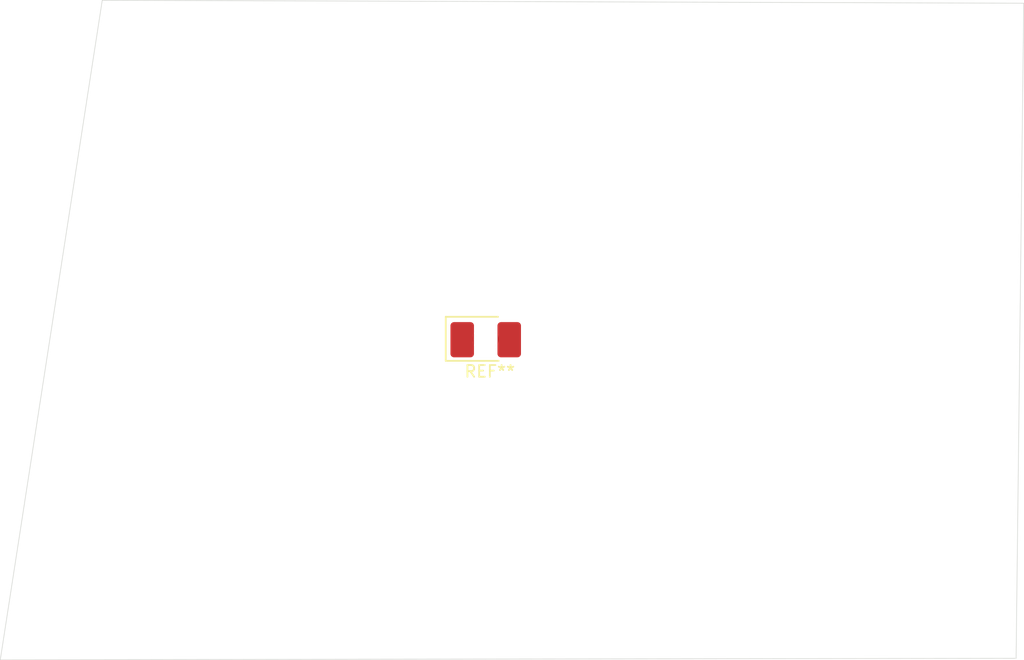
<source format=kicad_pcb>
(kicad_pcb (version 20171130) (host pcbnew "(5.1.4)-1")

  (general
    (thickness 1.6)
    (drawings 4)
    (tracks 0)
    (zones 0)
    (modules 1)
    (nets 1)
  )

  (page A4)
  (layers
    (0 F.Cu signal)
    (31 B.Cu signal)
    (32 B.Adhes user)
    (33 F.Adhes user)
    (34 B.Paste user)
    (35 F.Paste user)
    (36 B.SilkS user)
    (37 F.SilkS user)
    (38 B.Mask user)
    (39 F.Mask user)
    (40 Dwgs.User user)
    (41 Cmts.User user)
    (42 Eco1.User user)
    (43 Eco2.User user)
    (44 Edge.Cuts user)
    (45 Margin user)
    (46 B.CrtYd user)
    (47 F.CrtYd user)
    (48 B.Fab user)
    (49 F.Fab user)
  )

  (setup
    (last_trace_width 0.25)
    (trace_clearance 0.2)
    (zone_clearance 0.508)
    (zone_45_only no)
    (trace_min 0.2)
    (via_size 0.8)
    (via_drill 0.4)
    (via_min_size 0.4)
    (via_min_drill 0.3)
    (uvia_size 0.3)
    (uvia_drill 0.1)
    (uvias_allowed no)
    (uvia_min_size 0.2)
    (uvia_min_drill 0.1)
    (edge_width 0.05)
    (segment_width 0.2)
    (pcb_text_width 0.3)
    (pcb_text_size 1.5 1.5)
    (mod_edge_width 0.12)
    (mod_text_size 1 1)
    (mod_text_width 0.15)
    (pad_size 1.524 1.524)
    (pad_drill 0.762)
    (pad_to_mask_clearance 0.051)
    (solder_mask_min_width 0.25)
    (aux_axis_origin 0 0)
    (visible_elements FFFFFF7F)
    (pcbplotparams
      (layerselection 0x010fc_ffffffff)
      (usegerberextensions false)
      (usegerberattributes false)
      (usegerberadvancedattributes false)
      (creategerberjobfile false)
      (excludeedgelayer true)
      (linewidth 0.100000)
      (plotframeref false)
      (viasonmask false)
      (mode 1)
      (useauxorigin false)
      (hpglpennumber 1)
      (hpglpenspeed 20)
      (hpglpendiameter 15.000000)
      (psnegative false)
      (psa4output false)
      (plotreference true)
      (plotvalue true)
      (plotinvisibletext false)
      (padsonsilk false)
      (subtractmaskfromsilk false)
      (outputformat 1)
      (mirror false)
      (drillshape 1)
      (scaleselection 1)
      (outputdirectory ""))
  )

  (net 0 "")

  (net_class Default "This is the default net class."
    (clearance 0.2)
    (trace_width 0.25)
    (via_dia 0.8)
    (via_drill 0.4)
    (uvia_dia 0.3)
    (uvia_drill 0.1)
  )

  (module arduinouno:test (layer F.Cu) (tedit 5DB8CE92) (tstamp 5DB916B2)
    (at 141.75 85.9)
    (attr smd)
    (fp_text reference REF** (at 0.35 2.7) (layer F.SilkS)
      (effects (font (size 1 1) (thickness 0.15)))
    )
    (fp_text value test (at 2.1 2.7) (layer F.Fab)
      (effects (font (size 1 1) (thickness 0.15)))
    )
    (fp_line (start -3.4 1.8) (end 1.1 1.8) (layer F.SilkS) (width 0.15))
    (fp_line (start -3.4 -1.95) (end -3.4 1.8) (layer F.SilkS) (width 0.15))
    (fp_line (start 1.05 -1.95) (end -3.4 -1.95) (layer F.SilkS) (width 0.15))
    (fp_text user %R (at 0 0) (layer F.Fab)
      (effects (font (size 1 1) (thickness 0.15)))
    )
    (pad "" np_thru_hole circle (at 0 -0.05) (size 2 2) (drill 2) (layers *.Cu *.Mask))
    (pad 2 smd roundrect (at 2 0) (size 2 3) (layers F.Cu F.Paste F.Mask) (roundrect_rratio 0.15))
    (pad 1 smd roundrect (at -2 0) (size 2 3) (layers F.Cu F.Paste F.Mask) (roundrect_rratio 0.15))
    (model C:/ME/test.wrl
      (at (xyz 0 0 0))
      (scale (xyz 0.394 0.394 0.394))
      (rotate (xyz 0 0 0))
    )
  )

  (gr_line (start 100.45 113.15) (end 109.125 57) (layer Edge.Cuts) (width 0.05) (tstamp 5DB916B3))
  (gr_line (start 186.875 113.025) (end 100.45 113.15) (layer Edge.Cuts) (width 0.05))
  (gr_line (start 187.525 57.25) (end 186.875 113.025) (layer Edge.Cuts) (width 0.05))
  (gr_line (start 109.125 57) (end 187.525 57.25) (layer Edge.Cuts) (width 0.05))

)

</source>
